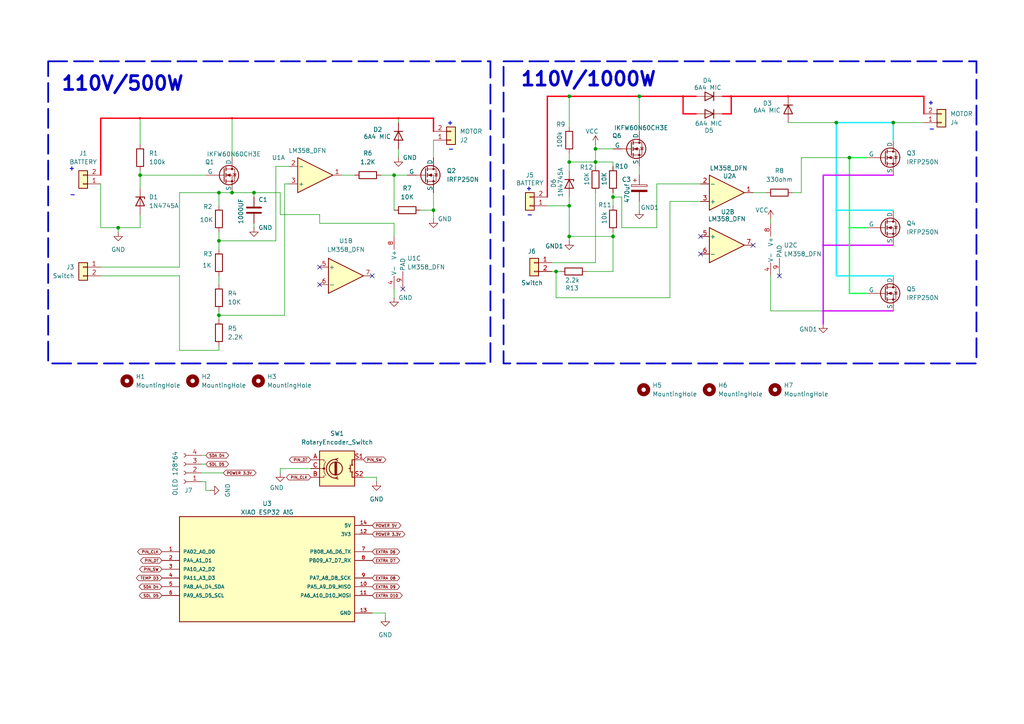
<source format=kicad_sch>
(kicad_sch (version 20231120) (generator "eeschema") (generator_version "8.0")
  (paper "A4")
  (title_block (comment 1 "Ajay Gautam"))
  (lib_symbols
    (symbol "102010388:102010388" (pin_names (offset 1.016))
      (property "Reference" "U1" (at 0 19.05 0))
      (property "Value" "XIAO ESP32 A!G" (at 0 16.51 0))
      (symbol "102010388_0_0"
        (rectangle (start -25.4 -15.24) (end 25.4 15.24) (stroke (width 0.254)) (fill (type background)))
        (pin bidirectional line (at -30.48 5.08 0) (length 5.08) (name "PA02_A0_D0") (number "1"))
        (pin bidirectional line (at 30.48 -5.08 180) (length 5.08) (name "PA5_A9_D9_MISO") (number "10"))
        (pin bidirectional line (at 30.48 -7.62 180) (length 5.08) (name "PA6_A10_D10_MOSI") (number "11"))
        (pin power_in line (at 30.48 10.16 180) (length 5.08) (name "3V3") (number "12"))
        (pin power_in line (at 30.48 -12.7 180) (length 5.08) (name "GND") (number "13"))
        (pin power_in line (at 30.48 12.7 180) (length 5.08) (name "5V") (number "14"))
        (pin bidirectional line (at -30.48 2.54 0) (length 5.08) (name "PA4_A1_D1") (number "2"))
        (pin bidirectional line (at -30.48 0 0) (length 5.08) (name "PA10_A2_D2") (number "3"))
        (pin bidirectional line (at -30.48 -2.54 0) (length 5.08) (name "PA11_A3_D3") (number "4"))
        (pin bidirectional line (at -30.48 -5.08 0) (length 5.08) (name "PA8_A4_D4_SDA") (number "5"))
        (pin bidirectional line (at -30.48 -7.62 0) (length 5.08) (name "PA9_A5_D5_SCL") (number "6"))
        (pin bidirectional line (at 30.48 5.08 180) (length 5.08) (name "PB08_A6_D6_TX") (number "7"))
        (pin bidirectional line (at 30.48 2.54 180) (length 5.08) (name "PB09_A7_D7_RX") (number "8"))
        (pin bidirectional line (at 30.48 -2.54 180) (length 5.08) (name "PA7_A8_D8_SCK") (number "9"))
      )
    )
    (symbol "Amplifier_Operational:LM358_DFN" (pin_names (offset 0.127))
      (property "Reference" "U" (at 0 5.08 0))
      (property "Value" "LM358_DFN" (at 0 -5.08 0))
      (symbol "LM358_DFN_1_1"
        (polyline (pts (xy -5.08 5.08) (xy 5.08 0) (xy -5.08 -5.08) (xy -5.08 5.08)) (stroke (width 0.254)) (fill (type background)))
        (pin output line (at 7.62 0 180) (length 2.54) (name "~") (number "1"))
        (pin input line (at -7.62 -2.54 0) (length 2.54) (name "-") (number "2"))
        (pin input line (at -7.62 2.54 0) (length 2.54) (name "+") (number "3"))
      )
      (symbol "LM358_DFN_2_1"
        (polyline (pts (xy -5.08 5.08) (xy 5.08 0) (xy -5.08 -5.08) (xy -5.08 5.08)) (stroke (width 0.254)) (fill (type background)))
        (pin input line (at -7.62 2.54 0) (length 2.54) (name "+") (number "5"))
        (pin input line (at -7.62 -2.54 0) (length 2.54) (name "-") (number "6"))
        (pin output line (at 7.62 0 180) (length 2.54) (name "~") (number "7"))
      )
      (symbol "LM358_DFN_3_1"
        (pin power_in line (at -2.54 -7.62 90) (length 3.81) (name "V-") (number "4"))
        (pin power_in line (at -2.54 7.62 270) (length 3.81) (name "V+") (number "8"))
        (pin power_in line (at 0 -7.62 90) (length 5.08) (name "PAD") (number "9"))
      )
    )
    (symbol "Connector:Conn_01x04_Socket" (pin_names (offset 1.016) hide)
      (property "Reference" "J" (at 0 5.08 0))
      (property "Value" "Conn_01x04_Socket" (at 0 -7.62 0))
      (symbol "Conn_01x04_Socket_1_1"
        (arc (start 0 -4.572) (mid -0.5058 -5.08) (end 0 -5.588) (stroke (width 0.1524)))
        (arc (start 0 -2.032) (mid -0.5058 -2.54) (end 0 -3.048) (stroke (width 0.1524)))
        (polyline (pts (xy -1.27 -5.08) (xy -0.508 -5.08)) (stroke (width 0.1524)))
        (polyline (pts (xy -1.27 -2.54) (xy -0.508 -2.54)) (stroke (width 0.1524)))
        (polyline (pts (xy -1.27 0) (xy -0.508 0)) (stroke (width 0.1524)))
        (polyline (pts (xy -1.27 2.54) (xy -0.508 2.54)) (stroke (width 0.1524)))
        (arc (start 0 0.508) (mid -0.5058 0) (end 0 -0.508) (stroke (width 0.1524)))
        (arc (start 0 3.048) (mid -0.5058 2.54) (end 0 2.032) (stroke (width 0.1524)))
        (pin passive line (at -5.08 2.54 0) (length 3.81) (name "Pin_1") (number "1"))
        (pin passive line (at -5.08 0 0) (length 3.81) (name "Pin_2") (number "2"))
        (pin passive line (at -5.08 -2.54 0) (length 3.81) (name "Pin_3") (number "3"))
        (pin passive line (at -5.08 -5.08 0) (length 3.81) (name "Pin_4") (number "4"))
      )
    )
    (symbol "Connector_Generic:Conn_01x02" (pin_names (offset 1.016) hide)
      (property "Reference" "J" (at 0 2.54 0))
      (property "Value" "Conn_01x02" (at 0 -5.08 0))
      (symbol "Conn_01x02_1_1"
        (rectangle (start -1.27 -2.413) (end 0 -2.667) (stroke (width 0.1524)))
        (rectangle (start -1.27 0.127) (end 0 -0.127) (stroke (width 0.1524)))
        (rectangle (start -1.27 1.27) (end 1.27 -3.81) (stroke (width 0.254)) (fill (type background)))
        (pin passive line (at -5.08 0 0) (length 3.81) (name "Pin_1") (number "1"))
        (pin passive line (at -5.08 -2.54 0) (length 3.81) (name "Pin_2") (number "2"))
      )
    )
    (symbol "Device:C" (pin_numbers hide) (pin_names (offset 0.254))
      (property "Reference" "C" (at 0.635 2.54 0))
      (property "Value" "C" (at 0.635 -2.54 0))
      (symbol "C_0_1"
        (polyline (pts (xy -2.032 -0.762) (xy 2.032 -0.762)) (stroke (width 0.508)))
        (polyline (pts (xy -2.032 0.762) (xy 2.032 0.762)) (stroke (width 0.508)))
      )
      (symbol "C_1_1"
        (pin passive line (at 0 3.81 270) (length 2.794) (name "~") (number "1"))
        (pin passive line (at 0 -3.81 90) (length 2.794) (name "~") (number "2"))
      )
    )
    (symbol "Device:C_Polarized" (pin_numbers hide) (pin_names (offset 0.254))
      (property "Reference" "C" (at 0.635 2.54 0))
      (property "Value" "C_Polarized" (at 0.635 -2.54 0))
      (symbol "C_Polarized_0_1"
        (rectangle (start -2.286 0.508) (end 2.286 1.016))
        (polyline (pts (xy -1.778 2.286) (xy -0.762 2.286)))
        (polyline (pts (xy -1.27 2.794) (xy -1.27 1.778)))
        (rectangle (start 2.286 -0.508) (end -2.286 -1.016) (fill (type outline)))
      )
      (symbol "C_Polarized_1_1"
        (pin passive line (at 0 3.81 270) (length 2.794) (name "~") (number "1"))
        (pin passive line (at 0 -3.81 90) (length 2.794) (name "~") (number "2"))
      )
    )
    (symbol "Device:D" (pin_numbers hide) (pin_names (offset 1.016) hide)
      (property "Reference" "D" (at 0 2.54 0))
      (property "Value" "D" (at 0 -2.54 0))
      (symbol "D_0_1"
        (polyline (pts (xy -1.27 1.27) (xy -1.27 -1.27)) (stroke (width 0.254)))
        (polyline (pts (xy 1.27 0) (xy -1.27 0)))
        (polyline (pts (xy 1.27 1.27) (xy 1.27 -1.27) (xy -1.27 0) (xy 1.27 1.27)) (stroke (width 0.254)))
      )
      (symbol "D_1_1"
        (pin passive line (at -3.81 0 0) (length 2.54) (name "K") (number "1"))
        (pin passive line (at 3.81 0 180) (length 2.54) (name "A") (number "2"))
      )
    )
    (symbol "Device:R" (pin_numbers hide) (pin_names (offset 0))
      (property "Reference" "R" (at 2.032 0 90))
      (property "Value" "R" (at 0 0 90))
      (symbol "R_0_1"
        (rectangle (start -1.016 -2.54) (end 1.016 2.54) (stroke (width 0.254)))
      )
      (symbol "R_1_1"
        (pin passive line (at 0 3.81 270) (length 1.27) (name "~") (number "1"))
        (pin passive line (at 0 -3.81 90) (length 1.27) (name "~") (number "2"))
      )
    )
    (symbol "Device:RotaryEncoder_Switch" (pin_names (offset 0.254) hide)
      (property "Reference" "SW" (at 0 6.604 0))
      (property "Value" "RotaryEncoder_Switch" (at 0 -6.604 0))
      (symbol "RotaryEncoder_Switch_0_1"
        (rectangle (start -5.08 5.08) (end 5.08 -5.08) (stroke (width 0.254)) (fill (type background)))
        (circle (center -3.81 0) (radius 0.254) (fill (type outline)))
        (circle (center -0.381 0) (radius 1.905) (stroke (width 0.254)))
        (arc (start -0.381 2.667) (mid -3.0988 -0.0635) (end -0.381 -2.794) (stroke (width 0.254)))
        (polyline (pts (xy -0.635 -1.778) (xy -0.635 1.778)) (stroke (width 0.254)))
        (polyline (pts (xy -0.381 -1.778) (xy -0.381 1.778)) (stroke (width 0.254)))
        (polyline (pts (xy -0.127 1.778) (xy -0.127 -1.778)) (stroke (width 0.254)))
        (polyline (pts (xy 3.81 0) (xy 3.429 0)) (stroke (width 0.254)))
        (polyline (pts (xy 3.81 1.016) (xy 3.81 -1.016)) (stroke (width 0.254)))
        (polyline (pts (xy -5.08 -2.54) (xy -3.81 -2.54) (xy -3.81 -2.032)))
        (polyline (pts (xy -5.08 2.54) (xy -3.81 2.54) (xy -3.81 2.032)))
        (polyline (pts (xy 0.254 -3.048) (xy -0.508 -2.794) (xy 0.127 -2.413)) (stroke (width 0.254)))
        (polyline (pts (xy 0.254 2.921) (xy -0.508 2.667) (xy 0.127 2.286)) (stroke (width 0.254)))
        (polyline (pts (xy 5.08 -2.54) (xy 4.318 -2.54) (xy 4.318 -1.016)) (stroke (width 0.254)))
        (polyline (pts (xy 5.08 2.54) (xy 4.318 2.54) (xy 4.318 1.016)) (stroke (width 0.254)))
        (polyline (pts (xy -5.08 0) (xy -3.81 0) (xy -3.81 -1.016) (xy -3.302 -2.032)))
        (polyline (pts (xy -4.318 0) (xy -3.81 0) (xy -3.81 1.016) (xy -3.302 2.032)))
        (circle (center 4.318 -1.016) (radius 0.127) (stroke (width 0.254)))
        (circle (center 4.318 1.016) (radius 0.127) (stroke (width 0.254)))
      )
      (symbol "RotaryEncoder_Switch_1_1"
        (pin passive line (at -7.62 2.54 0) (length 2.54) (name "A") (number "A"))
        (pin passive line (at -7.62 -2.54 0) (length 2.54) (name "B") (number "B"))
        (pin passive line (at -7.62 0 0) (length 2.54) (name "C") (number "C"))
        (pin passive line (at 7.62 2.54 180) (length 2.54) (name "S1") (number "S1"))
        (pin passive line (at 7.62 -2.54 180) (length 2.54) (name "S2") (number "S2"))
      )
    )
    (symbol "Diode:ZPDxx" (pin_numbers hide) (pin_names hide)
      (property "Reference" "D" (at 0 2.54 0))
      (property "Value" "ZPDxx" (at 0 -2.54 0))
      (symbol "ZPDxx_0_1"
        (polyline (pts (xy 1.27 0) (xy -1.27 0)))
        (polyline (pts (xy -1.27 -1.27) (xy -1.27 1.27) (xy -0.762 1.27)) (stroke (width 0.254)))
        (polyline (pts (xy 1.27 -1.27) (xy 1.27 1.27) (xy -1.27 0) (xy 1.27 -1.27)) (stroke (width 0.254)))
      )
      (symbol "ZPDxx_1_1"
        (pin passive line (at -3.81 0 0) (length 2.54) (name "K") (number "1"))
        (pin passive line (at 3.81 0 180) (length 2.54) (name "A") (number "2"))
      )
    )
    (symbol "Mechanical:MountingHole" (pin_names (offset 1.016)) (exclude_from_sim yes) (in_bom no)
      (property "Reference" "H" (at 0 5.08 0))
      (property "Value" "MountingHole" (at 0 3.175 0))
      (symbol "MountingHole_0_1"
        (circle (center 0 0) (radius 1.27) (stroke (width 1.27)))
      )
    )
    (symbol "NMOS_1" (pin_numbers hide) (pin_names (offset 0))
      (property "Reference" "Q1" (at -5.334 3.81 0))
      (property "Value" "IKFW60N60CH3E" (at -4.826 6.096 0))
      (symbol "NMOS_1_0_1"
        (polyline (pts (xy 0.254 0) (xy -2.54 0)))
        (polyline (pts (xy 0.254 1.905) (xy 0.254 -1.905)) (stroke (width 0.254)))
        (polyline (pts (xy 0.762 -1.27) (xy 0.762 -2.286)) (stroke (width 0.254)))
        (polyline (pts (xy 0.762 0.508) (xy 0.762 -0.508)) (stroke (width 0.254)))
        (polyline (pts (xy 0.762 2.286) (xy 0.762 1.27)) (stroke (width 0.254)))
        (polyline (pts (xy 2.54 2.54) (xy 2.54 1.778)))
        (polyline (pts (xy 2.54 -2.54) (xy 2.54 0) (xy 0.762 0)))
        (polyline (pts (xy 0.762 -1.778) (xy 3.302 -1.778) (xy 3.302 1.778) (xy 0.762 1.778)))
        (polyline (pts (xy 1.016 0) (xy 2.032 0.381) (xy 2.032 -0.381) (xy 1.016 0)) (fill (type outline)))
        (polyline (pts (xy 2.794 0.508) (xy 2.921 0.381) (xy 3.683 0.381) (xy 3.81 0.254)))
        (polyline (pts (xy 3.302 0.381) (xy 2.921 -0.254) (xy 3.683 -0.254) (xy 3.302 0.381)))
        (circle (center 1.651 0) (radius 2.794) (stroke (width 0.254)))
        (circle (center 2.54 -1.778) (radius 0.254) (fill (type outline)))
        (circle (center 2.54 1.778) (radius 0.254) (fill (type outline)))
      )
      (symbol "NMOS_1_1_1"
        (pin input line (at -5.08 0 0) (length 2.54) (name "G") (number "1"))
        (pin passive line (at 2.54 5.08 270) (length 2.54) (name "D") (number "2"))
        (pin passive line (at 2.54 -5.08 90) (length 2.54) (name "S") (number "3"))
      )
    )
    (symbol "NMOS_2" (pin_numbers hide) (pin_names (offset 0))
      (property "Reference" "Q4" (at 6.35 1.2701 0))
      (property "Value" "IRFP250N" (at 6.35 -1.2699 0))
      (symbol "NMOS_2_0_1"
        (polyline (pts (xy 0.254 0) (xy -2.54 0)))
        (polyline (pts (xy 0.254 1.905) (xy 0.254 -1.905)) (stroke (width 0.254)))
        (polyline (pts (xy 0.762 -1.27) (xy 0.762 -2.286)) (stroke (width 0.254)))
        (polyline (pts (xy 0.762 0.508) (xy 0.762 -0.508)) (stroke (width 0.254)))
        (polyline (pts (xy 0.762 2.286) (xy 0.762 1.27)) (stroke (width 0.254)))
        (polyline (pts (xy 2.54 2.54) (xy 2.54 1.778)))
        (polyline (pts (xy 2.54 -2.54) (xy 2.54 0) (xy 0.762 0)))
        (polyline (pts (xy 0.762 -1.778) (xy 3.302 -1.778) (xy 3.302 1.778) (xy 0.762 1.778)))
        (polyline (pts (xy 1.016 0) (xy 2.032 0.381) (xy 2.032 -0.381) (xy 1.016 0)) (fill (type outline)))
        (polyline (pts (xy 2.794 0.508) (xy 2.921 0.381) (xy 3.683 0.381) (xy 3.81 0.254)))
        (polyline (pts (xy 3.302 0.381) (xy 2.921 -0.254) (xy 3.683 -0.254) (xy 3.302 0.381)))
        (circle (center 1.651 0) (radius 2.794) (stroke (width 0.254)))
        (circle (center 2.54 -1.778) (radius 0.254) (fill (type outline)))
        (circle (center 2.54 1.778) (radius 0.254) (fill (type outline)))
      )
      (symbol "NMOS_2_1_1"
        (pin input line (at -5.08 0 0) (length 2.54) (name "G") (number "1"))
        (pin passive line (at 2.54 5.08 270) (length 2.54) (name "D") (number "2"))
        (pin passive line (at 2.54 -5.08 90) (length 2.54) (name "S") (number "3"))
      )
    )
    (symbol "Simulation_SPICE:NMOS" (pin_numbers hide) (pin_names (offset 0))
      (property "Reference" "Q5" (at 6.35 1.2701 0))
      (property "Value" "IRFP250N" (at 6.35 -1.2699 0))
      (symbol "NMOS_0_1"
        (polyline (pts (xy 0.254 0) (xy -2.54 0)))
        (polyline (pts (xy 0.254 1.905) (xy 0.254 -1.905)) (stroke (width 0.254)))
        (polyline (pts (xy 0.762 -1.27) (xy 0.762 -2.286)) (stroke (width 0.254)))
        (polyline (pts (xy 0.762 0.508) (xy 0.762 -0.508)) (stroke (width 0.254)))
        (polyline (pts (xy 0.762 2.286) (xy 0.762 1.27)) (stroke (width 0.254)))
        (polyline (pts (xy 2.54 2.54) (xy 2.54 1.778)))
        (polyline (pts (xy 2.54 -2.54) (xy 2.54 0) (xy 0.762 0)))
        (polyline (pts (xy 0.762 -1.778) (xy 3.302 -1.778) (xy 3.302 1.778) (xy 0.762 1.778)))
        (polyline (pts (xy 1.016 0) (xy 2.032 0.381) (xy 2.032 -0.381) (xy 1.016 0)) (fill (type outline)))
        (polyline (pts (xy 2.794 0.508) (xy 2.921 0.381) (xy 3.683 0.381) (xy 3.81 0.254)))
        (polyline (pts (xy 3.302 0.381) (xy 2.921 -0.254) (xy 3.683 -0.254) (xy 3.302 0.381)))
        (circle (center 1.651 0) (radius 2.794) (stroke (width 0.254)))
        (circle (center 2.54 -1.778) (radius 0.254) (fill (type outline)))
        (circle (center 2.54 1.778) (radius 0.254) (fill (type outline)))
      )
      (symbol "NMOS_1_1"
        (pin input line (at -5.08 0 0) (length 2.54) (name "G") (number "1"))
        (pin passive line (at 2.54 5.08 270) (length 2.54) (name "D") (number "2"))
        (pin passive line (at 2.54 -5.08 90) (length 2.54) (name "S") (number "3"))
      )
    )
    (symbol "power:GND" (power) (pin_numbers hide) (pin_names (offset 0) hide)
      (property "Value" "GND" (at 0 -3.81 0))
      (symbol "GND_0_1"
        (polyline (pts (xy 0 0) (xy 0 -1.27) (xy 1.27 -1.27) (xy 0 -2.54) (xy -1.27 -1.27) (xy 0 -1.27)))
      )
      (symbol "GND_1_1"
        (pin power_in line (at 0 0 270) (length 0) (name "~") (number "1"))
      )
    )
    (symbol "power:GND1" (power) (pin_numbers hide) (pin_names (offset 0) hide)
      (property "Value" "GND1" (at 0 -3.81 0))
      (symbol "GND1_0_1"
        (polyline (pts (xy 0 0) (xy 0 -1.27) (xy 1.27 -1.27) (xy 0 -2.54) (xy -1.27 -1.27) (xy 0 -1.27)))
      )
      (symbol "GND1_1_1"
        (pin power_in line (at 0 0 270) (length 0) (name "~") (number "1"))
      )
    )
    (symbol "power:VCC" (power) (pin_numbers hide) (pin_names (offset 0) hide)
      (property "Value" "VCC" (at 0 3.556 0))
      (symbol "VCC_0_1"
        (polyline (pts (xy -0.762 1.27) (xy 0 2.54)))
        (polyline (pts (xy 0 0) (xy 0 2.54)))
        (polyline (pts (xy 0 2.54) (xy 0.762 1.27)))
      )
      (symbol "VCC_1_1"
        (pin power_in line (at 0 0 90) (length 0) (name "~") (number "1"))
      )
    )
  )
  (junction (at 177.8 57.15))
  (junction (at 246.38 45.72))
  (junction (at 114.3 50.8))
  (junction (at 165.1 27.94))
  (junction (at 177.8 68.58))
  (junction (at 63.5 91.44))
  (junction (at 40.64 50.8))
  (junction (at 63.5 55.88))
  (junction (at 165.1 59.69))
  (junction (at 73.66 55.88))
  (junction (at 246.38 66.04) (diameter 0.5) (color 31 255 83 1))
  (junction (at 34.29 66.04))
  (junction (at 165.1 68.58))
  (junction (at 115.57 34.29) (diameter 0.5) (color 255 0 17 1))
  (junction (at 67.31 34.29) (diameter 0.5) (color 255 0 17 1))
  (junction (at 238.76 90.17) (diameter 0.5) (color 211 19 255 1))
  (junction (at 198.12 27.94) (diameter 0.5) (color 255 0 21 1))
  (junction (at 172.72 46.99))
  (junction (at 67.31 55.88))
  (junction (at 242.57 35.56))
  (junction (at 161.29 78.74))
  (junction (at 212.09 27.94) (diameter 0.5) (color 255 0 21 1))
  (junction (at 259.08 35.56))
  (junction (at 228.6 27.94) (diameter 0.5) (color 255 0 21 1))
  (junction (at 242.57 60.96) (diameter 0.5) (color 33 236 255 1))
  (junction (at 165.1 46.99))
  (junction (at 63.5 69.85))
  (junction (at 125.73 60.96))
  (junction (at 40.64 34.29) (diameter 0.5) (color 255 0 17 1))
  (junction (at 238.76 71.12) (diameter 0.5) (color 211 19 255 1))
  (junction (at 185.42 27.94))
  (junction (at 172.72 43.18))
  (no_connect (at 203.2 73.66))
  (no_connect (at 218.44 71.12))
  (no_connect (at 92.71 82.55))
  (no_connect (at 203.2 68.58))
  (no_connect (at 116.84 83.82))
  (no_connect (at 226.06 80.01))
  (no_connect (at 107.95 80.01))
  (no_connect (at 92.71 77.47))
  (wire (pts (xy 63.5 90.17) (xy 63.5 91.44)))
  (wire (pts (xy 92.71 64.77) (xy 92.71 62.23)))
  (wire (pts (xy 185.42 27.94) (xy 185.42 38.1)))
  (wire (pts (xy 238.76 90.17) (xy 259.08 90.17)) (stroke (width 0.4) (color 211 19 255 1)))
  (wire (pts (xy 267.97 35.56) (xy 259.08 35.56)))
  (wire (pts (xy 165.1 59.69) (xy 165.1 68.58)))
  (wire (pts (xy 40.64 50.8) (xy 40.64 54.61)))
  (wire (pts (xy 73.66 55.88) (xy 73.66 57.15)))
  (wire (pts (xy 177.8 78.74) (xy 177.8 68.58)))
  (wire (pts (xy 165.1 68.58) (xy 165.1 69.85)))
  (wire (pts (xy 246.38 66.04) (xy 251.46 66.04)) (stroke (width 0.4) (color 31 255 83 1)))
  (wire (pts (xy 242.57 80.01) (xy 259.08 80.01)) (stroke (width 0.4) (color 33 236 255 1)))
  (wire (pts (xy 158.75 57.15) (xy 158.75 27.94)) (stroke (width 0.4) (color 255 0 21 1)))
  (wire (pts (xy 201.93 33.02) (xy 198.12 33.02)) (stroke (width 0.4) (color 255 0 21 1)))
  (wire (pts (xy 90.17 135.89) (xy 81.28 135.89)))
  (wire (pts (xy 63.5 91.44) (xy 63.5 92.71)))
  (wire (pts (xy 34.29 66.04) (xy 34.29 67.31)))
  (wire (pts (xy 67.31 34.29) (xy 67.31 45.72)))
  (wire (pts (xy 180.34 66.04) (xy 180.34 57.15)))
  (wire (pts (xy 99.06 50.8) (xy 102.87 50.8)))
  (wire (pts (xy 81.28 55.88) (xy 73.66 55.88)))
  (wire (pts (xy 160.02 78.74) (xy 161.29 78.74)))
  (wire (pts (xy 114.3 83.82) (xy 114.3 86.36)))
  (wire (pts (xy 212.09 27.94) (xy 228.6 27.94)) (stroke (width 0.4) (color 255 0 21 1)))
  (wire (pts (xy 194.31 86.36) (xy 161.29 86.36)))
  (wire (pts (xy 170.18 78.74) (xy 177.8 78.74)))
  (wire (pts (xy 165.1 27.94) (xy 165.1 36.83)))
  (wire (pts (xy 190.5 53.34) (xy 190.5 66.04)))
  (wire (pts (xy 29.21 80.01) (xy 52.07 80.01)))
  (wire (pts (xy 111.76 179.07) (xy 111.76 177.8)))
  (wire (pts (xy 238.76 90.17) (xy 238.76 93.98)) (stroke (width 0.4) (color 211 19 255 1)))
  (wire (pts (xy 82.55 91.44) (xy 63.5 91.44)))
  (wire (pts (xy 194.31 58.42) (xy 194.31 86.36)))
  (wire (pts (xy 228.6 35.56) (xy 242.57 35.56)))
  (wire (pts (xy 40.64 34.29) (xy 67.31 34.29)) (stroke (width 0.4) (color 255 0 17 1)))
  (wire (pts (xy 63.5 101.6) (xy 63.5 100.33)))
  (wire (pts (xy 34.29 66.04) (xy 40.64 66.04)))
  (wire (pts (xy 115.57 34.29) (xy 125.73 34.29)) (stroke (width 0.4) (color 255 0 17 1)))
  (wire (pts (xy 177.8 55.88) (xy 177.8 57.15)))
  (wire (pts (xy 223.52 63.5) (xy 223.52 64.77)))
  (wire (pts (xy 177.8 46.99) (xy 172.72 46.99)))
  (wire (pts (xy 29.21 34.29) (xy 29.21 50.8)) (stroke (width 0.4) (color 255 0 17 1)))
  (wire (pts (xy 229.87 55.88) (xy 232.41 55.88)))
  (wire (pts (xy 63.5 55.88) (xy 67.31 55.88)))
  (wire (pts (xy 125.73 40.64) (xy 125.73 45.72)))
  (wire (pts (xy 58.42 139.7) (xy 59.69 139.7)))
  (wire (pts (xy 203.2 58.42) (xy 194.31 58.42)))
  (wire (pts (xy 82.55 53.34) (xy 82.55 91.44)))
  (wire (pts (xy 165.1 44.45) (xy 165.1 46.99)))
  (wire (pts (xy 165.1 68.58) (xy 177.8 68.58)))
  (wire (pts (xy 246.38 45.72) (xy 246.38 66.04)) (stroke (width 0.4) (color 31 255 83 1)))
  (wire (pts (xy 177.8 46.99) (xy 177.8 48.26)))
  (wire (pts (xy 115.57 43.18) (xy 115.57 45.72)))
  (wire (pts (xy 63.5 67.31) (xy 63.5 69.85)))
  (wire (pts (xy 165.1 46.99) (xy 172.72 46.99)))
  (wire (pts (xy 242.57 60.96) (xy 242.57 80.01)) (stroke (width 0.4) (color 33 236 255 1)))
  (wire (pts (xy 165.1 46.99) (xy 165.1 49.53)))
  (wire (pts (xy 223.52 90.17) (xy 238.76 90.17)))
  (wire (pts (xy 52.07 77.47) (xy 52.07 55.88)))
  (wire (pts (xy 198.12 27.94) (xy 201.93 27.94)) (stroke (width 0.4) (color 255 0 21 1)))
  (wire (pts (xy 29.21 77.47) (xy 52.07 77.47)))
  (wire (pts (xy 59.69 142.24) (xy 60.96 142.24)))
  (wire (pts (xy 29.21 53.34) (xy 29.21 66.04)))
  (wire (pts (xy 242.57 35.56) (xy 242.57 60.96)) (stroke (width 0.4) (color 33 236 255 1)))
  (wire (pts (xy 165.1 59.69) (xy 158.75 59.69)))
  (wire (pts (xy 114.3 68.58) (xy 114.3 64.77)))
  (wire (pts (xy 125.73 34.29) (xy 125.73 38.1)) (stroke (width 0.4) (color 255 0 17 1)))
  (wire (pts (xy 67.31 34.29) (xy 115.57 34.29)) (stroke (width 0.4) (color 255 0 17 1)))
  (wire (pts (xy 92.71 62.23) (xy 81.28 62.23)))
  (wire (pts (xy 223.52 80.01) (xy 223.52 90.17)))
  (wire (pts (xy 125.73 60.96) (xy 125.73 55.88)))
  (wire (pts (xy 172.72 55.88) (xy 172.72 76.2)))
  (wire (pts (xy 111.76 177.8) (xy 107.95 177.8)))
  (wire (pts (xy 218.44 55.88) (xy 222.25 55.88)))
  (wire (pts (xy 29.21 66.04) (xy 34.29 66.04)))
  (wire (pts (xy 110.49 50.8) (xy 114.3 50.8)))
  (wire (pts (xy 177.8 67.31) (xy 177.8 68.58)))
  (wire (pts (xy 238.76 71.12) (xy 259.08 71.12)) (stroke (width 0.4) (color 211 19 255 1)))
  (wire (pts (xy 242.57 60.96) (xy 259.08 60.96)) (stroke (width 0.4) (color 33 236 255 1)))
  (wire (pts (xy 52.07 55.88) (xy 63.5 55.88)))
  (wire (pts (xy 185.42 48.26) (xy 185.42 50.8)))
  (wire (pts (xy 81.28 135.89) (xy 81.28 137.16)))
  (wire (pts (xy 83.82 48.26) (xy 80.01 48.26)))
  (wire (pts (xy 59.69 139.7) (xy 59.69 142.24)))
  (wire (pts (xy 114.3 50.8) (xy 114.3 60.96)))
  (wire (pts (xy 238.76 50.8) (xy 238.76 71.12)) (stroke (width 0.4) (color 211 19 255 1)))
  (wire (pts (xy 67.31 55.88) (xy 73.66 55.88)))
  (wire (pts (xy 40.64 49.53) (xy 40.64 50.8)))
  (wire (pts (xy 180.34 57.15) (xy 177.8 57.15)))
  (wire (pts (xy 251.46 45.72) (xy 246.38 45.72)) (stroke (width 0.4) (color 31 255 83 1)))
  (wire (pts (xy 80.01 48.26) (xy 80.01 69.85)))
  (wire (pts (xy 259.08 35.56) (xy 259.08 40.64)) (stroke (width 0.4) (color 33 236 255 1)))
  (wire (pts (xy 58.42 134.62) (xy 59.69 134.62)))
  (wire (pts (xy 109.22 138.43) (xy 105.41 138.43)))
  (wire (pts (xy 161.29 78.74) (xy 162.56 78.74)))
  (wire (pts (xy 165.1 27.94) (xy 185.42 27.94)) (stroke (width 0.4) (color 255 0 21 1)))
  (wire (pts (xy 52.07 101.6) (xy 63.5 101.6)))
  (wire (pts (xy 52.07 80.01) (xy 52.07 101.6)))
  (wire (pts (xy 177.8 57.15) (xy 177.8 59.69)))
  (wire (pts (xy 177.8 43.18) (xy 172.72 43.18)))
  (wire (pts (xy 63.5 69.85) (xy 63.5 72.39)))
  (wire (pts (xy 83.82 53.34) (xy 82.55 53.34)))
  (wire (pts (xy 172.72 43.18) (xy 172.72 46.99)))
  (wire (pts (xy 40.64 34.29) (xy 40.64 41.91)))
  (wire (pts (xy 185.42 27.94) (xy 198.12 27.94)) (stroke (width 0.4) (color 255 0 21 1)))
  (wire (pts (xy 267.97 27.94) (xy 228.6 27.94)) (stroke (width 0.4) (color 255 0 21 1)))
  (wire (pts (xy 203.2 53.34) (xy 190.5 53.34)))
  (wire (pts (xy 190.5 66.04) (xy 180.34 66.04)))
  (wire (pts (xy 29.21 34.29) (xy 40.64 34.29)) (stroke (width 0.4) (color 255 0 17 1)))
  (wire (pts (xy 81.28 62.23) (xy 81.28 55.88)))
  (wire (pts (xy 267.97 33.02) (xy 267.97 27.94)) (stroke (width 0.4) (color 255 0 21 1)))
  (wire (pts (xy 40.64 50.8) (xy 59.69 50.8)))
  (wire (pts (xy 114.3 64.77) (xy 92.71 64.77)))
  (wire (pts (xy 58.42 137.16) (xy 64.77 137.16)))
  (wire (pts (xy 238.76 71.12) (xy 238.76 90.17)) (stroke (width 0.4) (color 211 19 255 1)))
  (wire (pts (xy 232.41 55.88) (xy 232.41 45.72)))
  (wire (pts (xy 259.08 35.56) (xy 259.08 40.64)))
  (wire (pts (xy 172.72 41.91) (xy 172.72 43.18)))
  (wire (pts (xy 125.73 60.96) (xy 125.73 63.5)))
  (wire (pts (xy 212.09 33.02) (xy 212.09 27.94)) (stroke (width 0.4) (color 255 0 21 1)))
  (wire (pts (xy 259.08 50.8) (xy 238.76 50.8)) (stroke (width 0.4) (color 211 19 255 1)))
  (wire (pts (xy 158.75 27.94) (xy 165.1 27.94)) (stroke (width 0.4) (color 255 0 21 1)))
  (wire (pts (xy 109.22 139.7) (xy 109.22 138.43)))
  (wire (pts (xy 209.55 33.02) (xy 212.09 33.02)) (stroke (width 0.4) (color 255 0 21 1)))
  (wire (pts (xy 172.72 46.99) (xy 172.72 48.26)))
  (wire (pts (xy 165.1 57.15) (xy 165.1 59.69)))
  (wire (pts (xy 114.3 50.8) (xy 118.11 50.8)))
  (wire (pts (xy 172.72 76.2) (xy 160.02 76.2)))
  (wire (pts (xy 232.41 45.72) (xy 246.38 45.72)))
  (wire (pts (xy 251.46 85.09) (xy 246.38 85.09)) (stroke (width 0.4) (color 31 255 83 1)))
  (wire (pts (xy 73.66 64.77) (xy 73.66 66.04)))
  (wire (pts (xy 185.42 58.42) (xy 185.42 60.96)))
  (wire (pts (xy 246.38 85.09) (xy 246.38 66.04)) (stroke (width 0.4) (color 31 255 83 1)))
  (wire (pts (xy 259.08 35.56) (xy 242.57 35.56)) (stroke (width 0.4) (color 33 236 255 1)))
  (wire (pts (xy 161.29 86.36) (xy 161.29 78.74)))
  (wire (pts (xy 198.12 33.02) (xy 198.12 27.94)) (stroke (width 0.4) (color 255 0 21 1)))
  (wire (pts (xy 63.5 80.01) (xy 63.5 82.55)))
  (wire (pts (xy 63.5 59.69) (xy 63.5 55.88)))
  (wire (pts (xy 209.55 27.94) (xy 212.09 27.94)) (stroke (width 0.4) (color 255 0 21 1)))
  (wire (pts (xy 58.42 132.08) (xy 59.69 132.08)))
  (wire (pts (xy 115.57 34.29) (xy 115.57 35.56)))
  (wire (pts (xy 121.92 60.96) (xy 125.73 60.96)))
  (wire (pts (xy 40.64 66.04) (xy 40.64 62.23)))
  (wire (pts (xy 80.01 69.85) (xy 63.5 69.85)))
  (rectangle (start 146.05 17.78) (end 283.21 105.41) (stroke (width 0.5) (type dash)))
  (rectangle (start 13.97 17.78) (end 142.24 105.41) (stroke (width 0.5) (type dash)))
  (text "+" (at 270.002 29.972 0) (effects (font (size 1.27 1.27) (bold yes))))
  (text "-" (at 130.81 43.434 0) (effects (font (size 1.27 1.27) (thickness 0.254) (bold yes))))
  (text "-" (at 21.082 56.642 0) (effects (font (size 1.27 1.27) (thickness 0.254) (bold yes))))
  (text "110V/500W" (at 35.56 24.384 0) (effects (font (size 4 4) (thickness 0.8) (bold yes))))
  (text "+" (at 153.416 54.864 0) (effects (font (size 1.27 1.27) (bold yes))))
  (text "+" (at 20.828 49.022 0) (effects (font (size 1.27 1.27) (bold yes))))
  (text "110V/1000W" (at 170.688 23.114 0) (effects (font (size 4 4) (thickness 0.8) (bold yes))))
  (text "-" (at 270.256 37.592 0) (effects (font (size 1.27 1.27) (thickness 0.254) (bold yes))))
  (text "-" (at 153.67 62.484 0) (effects (font (size 1.27 1.27) (thickness 0.254) (bold yes))))
  (text "+" (at 130.556 35.814 0) (effects (font (size 1.27 1.27) (bold yes))))
  (global_label "POWER 3.3V" (shape bidirectional) (at 107.95 154.94 0) (effects (font (size 0.8 0.8))) (property "Intersheetrefs" "${INTERSHEET_REFS}" (effects (hide yes))))
  (global_label "SDA D4" (shape bidirectional) (at 46.99 170.18 180) (effects (font (size 0.8 0.8))) (property "Intersheetrefs" "${INTERSHEET_REFS}" (effects (hide yes))))
  (global_label "EXTRA D8" (shape bidirectional) (at 107.95 167.64 0) (effects (font (size 0.8 0.8))) (property "Intersheetrefs" "${INTERSHEET_REFS}" (effects (hide yes))))
  (global_label "PIN_SW" (shape bidirectional) (at 105.41 133.35 0) (effects (font (size 0.8 0.8))) (property "Intersheetrefs" "${INTERSHEET_REFS}" (effects (hide yes))))
  (global_label "SDL D5" (shape bidirectional) (at 59.69 134.62 0) (effects (font (size 0.8 0.8))) (property "Intersheetrefs" "${INTERSHEET_REFS}" (effects (hide yes))))
  (global_label "EXTRA D9" (shape bidirectional) (at 107.95 170.18 0) (effects (font (size 0.8 0.8))) (property "Intersheetrefs" "${INTERSHEET_REFS}" (effects (hide yes))))
  (global_label "PIN_DT" (shape bidirectional) (at 46.99 162.56 180) (effects (font (size 0.8 0.8))) (property "Intersheetrefs" "${INTERSHEET_REFS}" (effects (hide yes))))
  (global_label "PIN_CLK" (shape bidirectional) (at 90.17 138.43 180) (effects (font (size 0.8 0.8))) (property "Intersheetrefs" "${INTERSHEET_REFS}" (effects (hide yes))))
  (global_label "POWER 5V" (shape bidirectional) (at 107.95 152.4 0) (effects (font (size 0.8 0.8))) (property "Intersheetrefs" "${INTERSHEET_REFS}" (effects (hide yes))))
  (global_label "PIN_DT" (shape bidirectional) (at 90.17 133.35 180) (effects (font (size 0.8 0.8))) (property "Intersheetrefs" "${INTERSHEET_REFS}" (effects (hide yes))))
  (global_label "POWER 3.3V" (shape bidirectional) (at 64.77 137.16 0) (effects (font (size 0.8 0.8))) (property "Intersheetrefs" "${INTERSHEET_REFS}" (effects (hide yes))))
  (global_label "EXTRA D10" (shape bidirectional) (at 107.95 172.72 0) (effects (font (size 0.8 0.8))) (property "Intersheetrefs" "${INTERSHEET_REFS}" (effects (hide yes))))
  (global_label "PIN_SW" (shape bidirectional) (at 46.99 165.1 180) (effects (font (size 0.8 0.8))) (property "Intersheetrefs" "${INTERSHEET_REFS}" (effects (hide yes))))
  (global_label "PIN_CLK" (shape bidirectional) (at 46.99 160.02 180) (effects (font (size 0.8 0.8))) (property "Intersheetrefs" "${INTERSHEET_REFS}" (effects (hide yes))))
  (global_label "TEMP D3" (shape bidirectional) (at 46.99 167.64 180) (effects (font (size 0.8 0.8))) (property "Intersheetrefs" "${INTERSHEET_REFS}" (effects (hide yes))))
  (global_label "SDL D5" (shape bidirectional) (at 46.99 172.72 180) (effects (font (size 0.8 0.8))) (property "Intersheetrefs" "${INTERSHEET_REFS}" (effects (hide yes))))
  (global_label "EXTRA D6" (shape bidirectional) (at 107.95 160.02 0) (effects (font (size 0.8 0.8))) (property "Intersheetrefs" "${INTERSHEET_REFS}" (effects (hide yes))))
  (global_label "SDA D4" (shape bidirectional) (at 59.69 132.08 0) (effects (font (size 0.8 0.8))) (property "Intersheetrefs" "${INTERSHEET_REFS}" (effects (hide yes))))
  (global_label "EXTRA D7" (shape bidirectional) (at 107.95 162.56 0) (effects (font (size 0.8 0.8))) (property "Intersheetrefs" "${INTERSHEET_REFS}" (effects (hide yes))))
  (symbol (lib_id "Mechanical:MountingHole") (at 36.83 110.49 0) (unit 1) (exclude_from_sim yes) (in_bom no)
    (property "Reference" "H1" (at 39.37 109.2199 0) (effects (justify left)))
    (property "Value" "MountingHole" (at 39.37 111.7599 0) (effects (justify left)))
    (property "Footprint" "MountingHole:MountingHole_2.5mm_Pad_Via" (effects (hide yes)))
    (property "Description" "Mounting Hole without connection" (effects (hide yes)))
  )
  (symbol (lib_id "Amplifier_Operational:LM358_DFN") (at 100.33 80.01 0) (unit 2)
    (property "Reference" "U1" (at 100.33 69.85 0))
    (property "Value" "LM358_DFN" (at 100.33 72.39 0))
    (property "Footprint" "Package_DIP:DIP-8_W8.89mm_SMDSocket_LongPads" (effects (hide yes)))
    (property "Datasheet" "www.st.com/resource/en/datasheet/lm358.pdf" (effects (hide yes)))
    (property "Description" "Low-Power, Dual Operational Amplifiers, DFN-8" (effects (hide yes)))
  )
  (symbol (lib_name "NMOS_1") (lib_id "Simulation_SPICE:NMOS") (at 64.77 50.8 0) (unit 1)
    (property "Reference" "Q1" (at 59.436 46.99 0) (effects (justify left)))
    (property "Value" "IKFW60N60CH3E" (at 59.944 44.704 0) (effects (justify left)))
    (property "Footprint" "Package_TO_SOT_SMD:TO-252-3_TabPin2" (effects (hide yes)))
    (property "Datasheet" "https://ngspice.sourceforge.io/docs/ngspice-html-manual/manual.xhtml#cha_MOSFETs" (effects (hide yes)))
    (property "Description" "N-MOSFET transistor, drain/source/gate" (effects (hide yes)))
    (property "Sim.Device" "NMOS" (effects (hide yes)))
    (property "Sim.Type" "VDMOS" (effects (hide yes)))
    (property "Sim.Pins" "1=D 2=G 3=S" (effects (hide yes)))
  )
  (symbol (lib_id "Device:R") (at 177.8 52.07 0) (unit 1)
    (property "Reference" "R10" (at 178.308 48.26 0) (effects (justify left)))
    (property "Value" "10K" (at 175.26 53.848 90) (effects (justify left)))
    (property "Footprint" "Resistor_SMD:R_1210_3225Metric" (effects (hide yes)))
    (property "Description" "Resistor" (effects (hide yes)))
  )
  (symbol (lib_id "Device:R") (at 177.8 63.5 0) (unit 1)
    (property "Reference" "R11" (at 173.482 59.436 0) (effects (justify left)))
    (property "Value" "10k" (at 175.26 65.024 90) (effects (justify left)))
    (property "Footprint" "Resistor_SMD:R_1210_3225Metric" (effects (hide yes)))
    (property "Description" "Resistor" (effects (hide yes)))
  )
  (symbol (lib_id "Amplifier_Operational:LM358_DFN") (at 226.06 72.39 0) (unit 3)
    (property "Reference" "U2" (at 227.33 71.1199 0) (effects (justify left)))
    (property "Value" "LM358_DFN" (at 227.33 73.6599 0) (effects (justify left)))
    (property "Footprint" "Package_DIP:DIP-8_W8.89mm_SMDSocket_LongPads" (effects (hide yes)))
    (property "Datasheet" "www.st.com/resource/en/datasheet/lm358.pdf" (effects (hide yes)))
    (property "Description" "Low-Power, Dual Operational Amplifiers, DFN-8" (effects (hide yes)))
  )
  (symbol (lib_id "Device:R") (at 63.5 76.2 0) (unit 1)
    (property "Reference" "R3" (at 58.928 73.66 0) (effects (justify left)))
    (property "Value" "1K" (at 58.674 76.962 0) (effects (justify left)))
    (property "Footprint" "Resistor_SMD:R_2010_5025Metric" (effects (hide yes)))
    (property "Description" "Resistor" (effects (hide yes)))
  )
  (symbol (lib_id "power:GND") (at 73.66 66.04 0) (unit 1)
    (property "Reference" "#PWR02" (effects (hide yes)))
    (property "Value" "GND" (at 76.962 66.04 0))
    (property "Description" "Power symbol creates a global label with name \"GND\" , ground" (effects (hide yes)))
  )
  (symbol (lib_id "Mechanical:MountingHole") (at 186.69 113.03 0) (unit 1) (exclude_from_sim yes) (in_bom no)
    (property "Reference" "H5" (at 189.23 111.7599 0) (effects (justify left)))
    (property "Value" "MountingHole" (at 189.23 114.2999 0) (effects (justify left)))
    (property "Footprint" "MountingHole:MountingHole_2.5mm_Pad_Via" (effects (hide yes)))
    (property "Description" "Mounting Hole without connection" (effects (hide yes)))
  )
  (symbol (lib_id "Device:R") (at 165.1 40.64 0) (unit 1)
    (property "Reference" "R9" (at 161.29 36.068 0) (effects (justify left)))
    (property "Value" "100k" (at 162.306 42.926 90) (effects (justify left)))
    (property "Footprint" "Resistor_THT:R_Axial_DIN0414_L11.9mm_D4.5mm_P15.24mm_Horizontal" (effects (hide yes)))
    (property "Description" "Resistor" (effects (hide yes)))
  )
  (symbol (lib_id "Device:R") (at 40.64 45.72 0) (unit 1)
    (property "Reference" "R1" (at 43.18 44.4499 0) (effects (justify left)))
    (property "Value" "100k" (at 43.18 46.9899 0) (effects (justify left)))
    (property "Footprint" "Resistor_THT:R_Axial_DIN0414_L11.9mm_D4.5mm_P15.24mm_Horizontal" (effects (hide yes)))
    (property "Description" "Resistor" (effects (hide yes)))
  )
  (symbol (lib_id "power:GND") (at 81.28 137.16 0) (unit 1)
    (property "Reference" "#PWR013" (effects (hide yes)))
    (property "Value" "GND" (at 80.264 141.478 0))
  )
  (symbol (lib_id "power:VCC") (at 172.72 41.91 0) (unit 1)
    (property "Reference" "#PWR09" (effects (hide yes)))
    (property "Value" "VCC" (at 171.704 38.1 0))
    (property "Description" "Power symbol creates a global label with name \"VCC\"" (effects (hide yes)))
  )
  (symbol (lib_id "Device:C") (at 73.66 60.96 0) (unit 1)
    (property "Reference" "C1" (at 74.93 57.912 0) (effects (justify left)))
    (property "Value" "1000UF" (at 69.85 65.024 90) (effects (justify left)))
    (property "Footprint" "Capacitor_THT:CP_Radial_D10.0mm_P5.00mm" (effects (hide yes)))
    (property "Description" "Unpolarized capacitor" (effects (hide yes)))
  )
  (symbol (lib_id "Device:D") (at 228.6 31.75 270) (unit 1)
    (property "Reference" "D3" (at 221.234 29.972 90) (effects (justify left)))
    (property "Value" "6A4 MIC" (at 218.44 32.004 90) (effects (justify left)))
    (property "Footprint" "Diode_THT:D_P600_R-6_P12.70mm_Horizontal" (effects (hide yes)))
    (property "Description" "Diode" (effects (hide yes)))
    (property "Sim.Device" "D" (effects (hide yes)))
    (property "Sim.Pins" "1=K 2=A" (effects (hide yes)))
  )
  (symbol (lib_id "power:GND") (at 109.22 139.7 0) (unit 1)
    (property "Reference" "#PWR014" (effects (hide yes)))
    (property "Value" "GND" (at 109.22 144.78 0))
  )
  (symbol (lib_name "NMOS_1") (lib_id "Simulation_SPICE:NMOS") (at 182.88 43.18 0) (unit 1)
    (property "Reference" "Q6" (at 177.546 39.37 0) (effects (justify left)))
    (property "Value" "IKFW60N60CH3E" (at 178.054 37.084 0) (effects (justify left)))
    (property "Footprint" "Package_TO_SOT_SMD:TO-252-3_TabPin2" (effects (hide yes)))
    (property "Datasheet" "https://ngspice.sourceforge.io/docs/ngspice-html-manual/manual.xhtml#cha_MOSFETs" (effects (hide yes)))
    (property "Description" "N-MOSFET transistor, drain/source/gate" (effects (hide yes)))
    (property "Sim.Device" "NMOS" (effects (hide yes)))
    (property "Sim.Type" "VDMOS" (effects (hide yes)))
    (property "Sim.Pins" "1=D 2=G 3=S" (effects (hide yes)))
  )
  (symbol (lib_name "NMOS_2") (lib_id "Simulation_SPICE:NMOS") (at 256.54 66.04 0) (unit 1)
    (property "Reference" "Q4" (at 262.89 64.7699 0) (effects (justify left)))
    (property "Value" "IRFP250N" (at 262.89 67.3099 0) (effects (justify left)))
    (property "Footprint" "Package_TO_SOT_THT:TO-247-3_Horizontal_TabUp" (effects (hide yes)))
    (property "Datasheet" "https://ngspice.sourceforge.io/docs/ngspice-html-manual/manual.xhtml#cha_MOSFETs" (effects (hide yes)))
    (property "Description" "N-MOSFET transistor, drain/source/gate" (effects (hide yes)))
    (property "Sim.Device" "NMOS" (effects (hide yes)))
    (property "Sim.Type" "VDMOS" (effects (hide yes)))
    (property "Sim.Pins" "1=D 2=G 3=S" (effects (hide yes)))
  )
  (symbol (lib_id "Mechanical:MountingHole") (at 55.88 110.49 0) (unit 1) (exclude_from_sim yes) (in_bom no)
    (property "Reference" "H2" (at 58.42 109.2199 0) (effects (justify left)))
    (property "Value" "MountingHole" (at 58.42 111.7599 0) (effects (justify left)))
    (property "Footprint" "MountingHole:MountingHole_2.5mm_Pad_Via" (effects (hide yes)))
    (property "Description" "Mounting Hole without connection" (effects (hide yes)))
  )
  (symbol (lib_id "Device:R") (at 166.37 78.74 90) (unit 1)
    (property "Reference" "R13" (at 167.894 83.566 90) (effects (justify left)))
    (property "Value" "2.2k" (at 168.148 81.28 90) (effects (justify left)))
    (property "Footprint" "Resistor_SMD:R_1210_3225Metric" (effects (hide yes)))
    (property "Description" "Resistor" (effects (hide yes)))
  )
  (symbol (lib_id "Connector_Generic:Conn_01x02") (at 273.05 35.56 0) (mirror x) (unit 1)
    (property "Reference" "J4" (at 275.59 35.5601 0) (effects (justify left)))
    (property "Value" "MOTOR" (at 275.59 33.0201 0) (effects (justify left)))
    (property "Footprint" "Connector_PinSocket_2.54mm:PinSocket_1x02_P2.54mm_Vertical" (effects (hide yes)))
    (property "Description" "Generic connector, single row, 01x02, script generated (kicad-library-utils/schlib/autogen/connector/)" (effects (hide yes)))
  )
  (symbol (lib_id "Amplifier_Operational:LM358_DFN") (at 210.82 71.12 0) (unit 2)
    (property "Reference" "U2" (at 211.074 61.468 0))
    (property "Value" "LM358_DFN" (at 211.328 48.768 0))
    (property "Footprint" "Package_DIP:DIP-8_W8.89mm_SMDSocket_LongPads" (effects (hide yes)))
    (property "Datasheet" "www.st.com/resource/en/datasheet/lm358.pdf" (effects (hide yes)))
    (property "Description" "Low-Power, Dual Operational Amplifiers, DFN-8" (effects (hide yes)))
  )
  (symbol (lib_id "Device:RotaryEncoder_Switch") (at 97.79 135.89 0) (unit 1)
    (property "Reference" "SW1" (at 97.79 125.73 0))
    (property "Value" "RotaryEncoder_Switch" (at 97.79 128.27 0))
    (property "Description" "Rotary encoder, dual channel, incremental quadrate outputs, with switch" (effects (hide yes)))
  )
  (symbol (lib_id "Device:R") (at 63.5 96.52 0) (unit 1)
    (property "Reference" "R5" (at 66.04 95.2499 0) (effects (justify left)))
    (property "Value" "2.2K" (at 66.04 97.7899 0) (effects (justify left)))
    (property "Footprint" "Resistor_SMD:R_2010_5025Metric" (effects (hide yes)))
    (property "Description" "Resistor" (effects (hide yes)))
  )
  (symbol (lib_id "Diode:ZPDxx") (at 165.1 53.34 270) (unit 1)
    (property "Reference" "D6" (at 160.528 51.816 0) (effects (justify left)))
    (property "Value" "1N4745A" (at 162.56 48.514 0) (effects (justify left)))
    (property "Footprint" "Diode_THT:D_DO-35_SOD27_P10.16mm_Horizontal" (effects (hide yes)))
    (property "Datasheet" "http://diotec.com/tl_files/diotec/files/pdf/datasheets/zpd1" (effects (hide yes)))
    (property "Description" "500mW Zener Diode, DO-35" (effects (hide yes)))
  )
  (symbol (lib_id "Device:D") (at 115.57 39.37 270) (unit 1)
    (property "Reference" "D2" (at 108.204 37.592 90) (effects (justify left)))
    (property "Value" "6A4 MIC" (at 105.41 39.624 90) (effects (justify left)))
    (property "Footprint" "Diode_THT:D_P600_R-6_P12.70mm_Horizontal" (effects (hide yes)))
    (property "Description" "Diode" (effects (hide yes)))
    (property "Sim.Device" "D" (effects (hide yes)))
    (property "Sim.Pins" "1=K 2=A" (effects (hide yes)))
  )
  (symbol (lib_id "power:GND1") (at 238.76 93.98 0) (unit 1)
    (property "Reference" "#PWR06" (effects (hide yes)))
    (property "Value" "GND1" (at 234.442 95.504 0))
    (property "Description" "Power symbol creates a global label with name \"GND1\" , ground" (effects (hide yes)))
  )
  (symbol (lib_id "Device:R") (at 106.68 50.8 90) (unit 1)
    (property "Reference" "R6" (at 106.68 44.45 90))
    (property "Value" "1.2K" (at 106.68 46.99 90))
    (property "Footprint" "Resistor_SMD:R_1206_3216Metric" (effects (hide yes)))
    (property "Description" "Resistor" (effects (hide yes)))
  )
  (symbol (lib_id "102010388:102010388") (at 77.47 165.1 0) (unit 1)
    (property "Reference" "U3" (at 77.47 146.05 0))
    (property "Value" "XIAO ESP32 A!G" (at 77.47 148.59 0))
    (property "Footprint" "xiao esp32:MODULE_102010388" (effects (hide yes)))
    (property "Description" "\nXIAO BOARD, ARM, ARDUINO BOARD; Silicon Manufacturer:Microchip; Core Architecture:ARM; Core Sub-Architecture:Cortex-M0+; Silicon Core Number:SAMD21G18; Silicon Family Name:SAMD21; For Use With:Arduino Board; Product Range:-\n" (effects (hide yes)))
    (property "MF" "seeed technology limited" (effects (hide yes)))
    (property "MAXIMUM_PACKAGE_HEIGHT" "N/A" (effects (hide yes)))
    (property "Package" "None" (effects (hide yes)))
    (property "Price" "None" (effects (hide yes)))
    (property "Check_prices" "https://www.snapeda.com/parts/102010388/Techno/view-part/?ref=eda" (effects (hide yes)))
    (property "STANDARD" "Manufacturer Recommendations" (effects (hide yes)))
    (property "PARTREV" "N/A" (effects (hide yes)))
    (property "SnapEDA_Link" "https://www.snapeda.com/parts/102010388/Techno/view-part/?ref=snap" (effects (hide yes)))
    (property "MP" "102010388" (effects (hide yes)))
    (property "Purchase-URL" "https://pricing.snapeda.com/search?q=102010388&ref=eda" (effects (hide yes)))
    (property "MANUFACTURER" "Seeed Technology" (effects (hide yes)))
    (property "Availability" "In Stock" (effects (hide yes)))
    (property "SNAPEDA_PN" "102010388" (effects (hide yes)))
  )
  (symbol (lib_name "NMOS_1") (lib_id "Simulation_SPICE:NMOS") (at 123.19 50.8 0) (unit 1)
    (property "Reference" "Q2" (at 129.54 49.5299 0) (effects (justify left)))
    (property "Value" "IRFP250N" (at 129.54 52.0699 0) (effects (justify left)))
    (property "Footprint" "Package_TO_SOT_THT:TO-247-3_Horizontal_TabUp" (effects (hide yes)))
    (property "Datasheet" "https://ngspice.sourceforge.io/docs/ngspice-html-manual/manual.xhtml#cha_MOSFETs" (effects (hide yes)))
    (property "Description" "N-MOSFET transistor, drain/source/gate" (effects (hide yes)))
    (property "Sim.Device" "NMOS" (effects (hide yes)))
    (property "Sim.Type" "VDMOS" (effects (hide yes)))
    (property "Sim.Pins" "1=D 2=G 3=S" (effects (hide yes)))
  )
  (symbol (lib_id "Diode:ZPDxx") (at 40.64 58.42 270) (unit 1)
    (property "Reference" "D1" (at 43.18 57.1499 90) (effects (justify left)))
    (property "Value" "1N4745A" (at 43.18 59.6899 90) (effects (justify left)))
    (property "Footprint" "Diode_THT:D_DO-35_SOD27_P10.16mm_Horizontal" (effects (hide yes)))
    (property "Datasheet" "http://diotec.com/tl_files/diotec/files/pdf/datasheets/zpd1" (effects (hide yes)))
    (property "Description" "500mW Zener Diode, DO-35" (effects (hide yes)))
  )
  (symbol (lib_id "Mechanical:MountingHole") (at 224.79 113.03 0) (unit 1) (exclude_from_sim yes) (in_bom no)
    (property "Reference" "H7" (at 227.33 111.7599 0) (effects (justify left)))
    (property "Value" "MountingHole" (at 227.33 114.2999 0) (effects (justify left)))
    (property "Footprint" "MountingHole:MountingHole_2.5mm_Pad_Via" (effects (hide yes)))
    (property "Description" "Mounting Hole without connection" (effects (hide yes)))
  )
  (symbol (lib_id "power:GND") (at 115.57 45.72 0) (unit 1)
    (property "Reference" "#PWR04" (effects (hide yes)))
    (property "Value" "GND" (at 118.872 45.72 0))
    (property "Description" "Power symbol creates a global label with name \"GND\" , ground" (effects (hide yes)))
  )
  (symbol (lib_id "Amplifier_Operational:LM358_DFN") (at 210.82 55.88 0) (mirror x) (unit 1)
    (property "Reference" "U2" (at 211.582 51.054 0))
    (property "Value" "LM358_DFN" (at 210.82 63.5 0))
    (property "Footprint" "Package_DIP:DIP-8_W8.89mm_SMDSocket_LongPads" (effects (hide yes)))
    (property "Datasheet" "www.st.com/resource/en/datasheet/lm358.pdf" (effects (hide yes)))
    (property "Description" "Low-Power, Dual Operational Amplifiers, DFN-8" (effects (hide yes)))
  )
  (symbol (lib_id "power:GND") (at 125.73 63.5 0) (unit 1)
    (property "Reference" "#PWR05" (effects (hide yes)))
    (property "Value" "GND" (at 129.032 63.5 0))
    (property "Description" "Power symbol creates a global label with name \"GND\" , ground" (effects (hide yes)))
  )
  (symbol (lib_id "power:VCC") (at 223.52 63.5 0) (unit 1)
    (property "Reference" "#PWR010" (effects (hide yes)))
    (property "Value" "VCC" (at 220.98 60.96 0))
    (property "Description" "Power symbol creates a global label with name \"VCC\"" (effects (hide yes)))
  )
  (symbol (lib_id "power:GND") (at 111.76 179.07 0) (unit 1)
    (property "Reference" "#PWR011" (effects (hide yes)))
    (property "Value" "GND" (at 111.76 184.15 0))
  )
  (symbol (lib_id "Connector_Generic:Conn_01x02") (at 24.13 77.47 0) (mirror y) (unit 1)
    (property "Reference" "J3" (at 21.59 77.4699 0) (effects (justify left)))
    (property "Value" "Switch" (at 21.59 80.0099 0) (effects (justify left)))
    (property "Footprint" "Connector_JST:JST_EH_B2B-EH-A_1x02_P2.50mm_Vertical" (effects (hide yes)))
    (property "Description" "Generic connector, single row, 01x02, script generated (kicad-library-utils/schlib/autogen/connector/)" (effects (hide yes)))
  )
  (symbol (lib_id "Device:D") (at 205.74 27.94 180) (unit 1)
    (property "Reference" "D4" (at 206.502 23.368 0) (effects (justify left)))
    (property "Value" "6A4 MIC" (at 209.296 25.4 0) (effects (justify left)))
    (property "Footprint" "Diode_THT:D_P600_R-6_P12.70mm_Horizontal" (effects (hide yes)))
    (property "Description" "Diode" (effects (hide yes)))
    (property "Sim.Device" "D" (effects (hide yes)))
    (property "Sim.Pins" "1=K 2=A" (effects (hide yes)))
  )
  (symbol (lib_id "power:GND") (at 60.96 142.24 90) (unit 1)
    (property "Reference" "#PWR012" (effects (hide yes)))
    (property "Value" "GND" (at 66.04 142.24 0))
  )
  (symbol (lib_id "Connector:Conn_01x04_Socket") (at 53.34 137.16 180) (unit 1)
    (property "Reference" "J7" (at 55.88 142.24 0) (effects (justify left)))
    (property "Value" "OLED 128*64" (at 50.8 130.81 90) (effects (justify left)))
    (property "Footprint" "Connector_PinSocket_2.54mm:PinSocket_1x04_P2.54mm_Vertical" (effects (hide yes)))
  )
  (symbol (lib_id "power:GND1") (at 185.42 60.96 0) (unit 1)
    (property "Reference" "#PWR08" (effects (hide yes)))
    (property "Value" "GND1" (at 188.468 60.198 0))
    (property "Description" "Power symbol creates a global label with name \"GND1\" , ground" (effects (hide yes)))
  )
  (symbol (lib_id "Mechanical:MountingHole") (at 205.74 113.03 0) (unit 1) (exclude_from_sim yes) (in_bom no)
    (property "Reference" "H6" (at 208.28 111.7599 0) (effects (justify left)))
    (property "Value" "MountingHole" (at 208.28 114.2999 0) (effects (justify left)))
    (property "Footprint" "MountingHole:MountingHole_2.5mm_Pad_Via" (effects (hide yes)))
    (property "Description" "Mounting Hole without connection" (effects (hide yes)))
  )
  (symbol (lib_id "Connector_Generic:Conn_01x02") (at 130.81 40.64 0) (mirror x) (unit 1)
    (property "Reference" "J2" (at 133.35 40.6401 0) (effects (justify left)))
    (property "Value" "MOTOR" (at 133.35 38.1001 0) (effects (justify left)))
    (property "Footprint" "Connector_PinSocket_2.54mm:PinSocket_1x02_P2.54mm_Vertical" (effects (hide yes)))
    (property "Description" "Generic connector, single row, 01x02, script generated (kicad-library-utils/schlib/autogen/connector/)" (effects (hide yes)))
  )
  (symbol (lib_id "Connector_Generic:Conn_01x02") (at 24.13 53.34 180) (unit 1)
    (property "Reference" "J1" (at 24.13 44.45 0))
    (property "Value" "BATTERY" (at 24.13 46.99 0))
    (property "Footprint" "Connector_PinSocket_2.54mm:PinSocket_1x02_P2.54mm_Vertical" (effects (hide yes)))
    (property "Description" "Generic connector, single row, 01x02, script generated (kicad-library-utils/schlib/autogen/connector/)" (effects (hide yes)))
  )
  (symbol (lib_id "Amplifier_Operational:LM358_DFN") (at 91.44 50.8 0) (mirror x) (unit 1)
    (property "Reference" "U1" (at 80.772 45.72 0))
    (property "Value" "LM358_DFN" (at 89.154 43.688 0))
    (property "Footprint" "Package_DIP:DIP-8_W8.89mm_SMDSocket_LongPads" (effects (hide yes)))
    (property "Datasheet" "www.st.com/resource/en/datasheet/lm358.pdf" (effects (hide yes)))
    (property "Description" "Low-Power, Dual Operational Amplifiers, DFN-8" (effects (hide yes)))
  )
  (symbol (lib_id "Device:R") (at 172.72 52.07 0) (unit 1)
    (property "Reference" "R12" (at 168.148 48.514 0) (effects (justify left)))
    (property "Value" "10K" (at 170.18 53.848 90) (effects (justify left)))
    (property "Footprint" "Resistor_SMD:R_1210_3225Metric" (effects (hide yes)))
    (property "Description" "Resistor" (effects (hide yes)))
  )
  (symbol (lib_id "Mechanical:MountingHole") (at 74.93 110.49 0) (unit 1) (exclude_from_sim yes) (in_bom no)
    (property "Reference" "H3" (at 77.47 109.2199 0) (effects (justify left)))
    (property "Value" "MountingHole" (at 77.47 111.7599 0) (effects (justify left)))
    (property "Footprint" "MountingHole:MountingHole_2.5mm_Pad_Via" (effects (hide yes)))
    (property "Description" "Mounting Hole without connection" (effects (hide yes)))
  )
  (symbol (lib_id "Device:R") (at 226.06 55.88 90) (unit 1)
    (property "Reference" "R8" (at 226.06 49.53 90))
    (property "Value" "330ohm" (at 226.06 52.07 90))
    (property "Footprint" "Resistor_SMD:R_1206_3216Metric" (effects (hide yes)))
    (property "Description" "Resistor" (effects (hide yes)))
  )
  (symbol (lib_id "Device:R") (at 63.5 63.5 0) (unit 1)
    (property "Reference" "R2" (at 58.928 59.944 0) (effects (justify left)))
    (property "Value" "10K" (at 57.912 63.754 0) (effects (justify left)))
    (property "Footprint" "Resistor_SMD:R_2010_5025Metric" (effects (hide yes)))
    (property "Description" "Resistor" (effects (hide yes)))
  )
  (symbol (lib_id "Device:C_Polarized") (at 185.42 54.61 0) (unit 1)
    (property "Reference" "C3" (at 180.34 52.07 0) (effects (justify left)))
    (property "Value" "470uf" (at 181.864 58.928 90) (effects (justify left)))
    (property "Footprint" "Capacitor_THT:CP_Radial_D10.0mm_P5.00mm" (effects (hide yes)))
    (property "Description" "Polarized capacitor" (effects (hide yes)))
  )
  (symbol (lib_id "Simulation_SPICE:NMOS") (at 256.54 85.09 0) (unit 1)
    (property "Reference" "Q5" (at 262.89 83.8199 0) (effects (justify left)))
    (property "Value" "IRFP250N" (at 262.89 86.3599 0) (effects (justify left)))
    (property "Footprint" "Package_TO_SOT_THT:TO-247-3_Horizontal_TabUp" (effects (hide yes)))
    (property "Datasheet" "https://ngspice.sourceforge.io/docs/ngspice-html-manual/manual.xhtml#cha_MOSFETs" (effects (hide yes)))
    (property "Description" "N-MOSFET transistor, drain/source/gate" (effects (hide yes)))
    (property "Sim.Device" "NMOS" (effects (hide yes)))
    (property "Sim.Type" "VDMOS" (effects (hide yes)))
    (property "Sim.Pins" "1=D 2=G 3=S" (effects (hide yes)))
  )
  (symbol (lib_id "Connector_Generic:Conn_01x02") (at 154.94 76.2 0) (mirror y) (unit 1)
    (property "Reference" "J6" (at 155.448 72.898 0) (effects (justify left)))
    (property "Value" "Switch" (at 157.48 82.042 0) (effects (justify left)))
    (property "Footprint" "Connector_JST:JST_EH_B2B-EH-A_1x02_P2.50mm_Vertical" (effects (hide yes)))
    (property "Description" "Generic connector, single row, 01x02, script generated (kicad-library-utils/schlib/autogen/connector/)" (effects (hide yes)))
  )
  (symbol (lib_id "power:GND") (at 114.3 86.36 0) (unit 1)
    (property "Reference" "#PWR03" (effects (hide yes)))
    (property "Value" "GND" (at 117.602 86.36 0))
    (property "Description" "Power symbol creates a global label with name \"GND\" , ground" (effects (hide yes)))
  )
  (symbol (lib_id "Amplifier_Operational:LM358_DFN") (at 116.84 76.2 0) (unit 3)
    (property "Reference" "U1" (at 118.11 74.9299 0) (effects (justify left)))
    (property "Value" "LM358_DFN" (at 118.11 77.4699 0) (effects (justify left)))
    (property "Footprint" "Package_DIP:DIP-8_W8.89mm_SMDSocket_LongPads" (effects (hide yes)))
    (property "Datasheet" "www.st.com/resource/en/datasheet/lm358.pdf" (effects (hide yes)))
    (property "Description" "Low-Power, Dual Operational Amplifiers, DFN-8" (effects (hide yes)))
  )
  (symbol (lib_id "Device:D") (at 205.74 33.02 180) (unit 1)
    (property "Reference" "D5" (at 207.01 37.846 0) (effects (justify left)))
    (property "Value" "6A4 MIC" (at 209.55 35.814 0) (effects (justify left)))
    (property "Footprint" "Diode_THT:D_P600_R-6_P12.70mm_Horizontal" (effects (hide yes)))
    (property "Description" "Diode" (effects (hide yes)))
    (property "Sim.Device" "D" (effects (hide yes)))
    (property "Sim.Pins" "1=K 2=A" (effects (hide yes)))
  )
  (symbol (lib_name "NMOS_1") (lib_id "Simulation_SPICE:NMOS") (at 256.54 45.72 0) (unit 1)
    (property "Reference" "Q3" (at 262.89 44.4499 0) (effects (justify left)))
    (property "Value" "IRFP250N" (at 262.89 46.9899 0) (effects (justify left)))
    (property "Footprint" "Package_TO_SOT_THT:TO-247-3_Horizontal_TabUp" (effects (hide yes)))
    (property "Datasheet" "https://ngspice.sourceforge.io/docs/ngspice-html-manual/manual.xhtml#cha_MOSFETs" (effects (hide yes)))
    (property "Description" "N-MOSFET transistor, drain/source/gate" (effects (hide yes)))
    (property "Sim.Device" "NMOS" (effects (hide yes)))
    (property "Sim.Type" "VDMOS" (effects (hide yes)))
    (property "Sim.Pins" "1=D 2=G 3=S" (effects (hide yes)))
  )
  (symbol (lib_id "power:GND1") (at 165.1 69.85 0) (unit 1)
    (property "Reference" "#PWR07" (effects (hide yes)))
    (property "Value" "GND1" (at 160.782 71.374 0))
    (property "Description" "Power symbol creates a global label with name \"GND1\" , ground" (effects (hide yes)))
  )
  (symbol (lib_id "power:GND") (at 34.29 67.31 0) (unit 1)
    (property "Reference" "#PWR01" (effects (hide yes)))
    (property "Value" "GND" (at 34.29 72.39 0))
    (property "Description" "Power symbol creates a global label with name \"GND\" , ground" (effects (hide yes)))
  )
  (symbol (lib_id "Device:R") (at 63.5 86.36 0) (unit 1)
    (property "Reference" "R4" (at 66.04 85.0899 0) (effects (justify left)))
    (property "Value" "10K" (at 66.04 87.6299 0) (effects (justify left)))
    (property "Footprint" "Resistor_SMD:R_2010_5025Metric" (effects (hide yes)))
    (property "Description" "Resistor" (effects (hide yes)))
  )
  (symbol (lib_id "Connector_Generic:Conn_01x02") (at 153.67 59.69 180) (unit 1)
    (property "Reference" "J5" (at 153.67 50.8 0))
    (property "Value" "BATTERY" (at 153.67 53.086 0))
    (property "Footprint" "Connector_PinSocket_2.54mm:PinSocket_1x02_P2.54mm_Vertical" (effects (hide yes)))
    (property "Description" "Generic connector, single row, 01x02, script generated (kicad-library-utils/schlib/autogen/connector/)" (effects (hide yes)))
  )
  (symbol (lib_id "Device:R") (at 118.11 60.96 90) (unit 1)
    (property "Reference" "R7" (at 118.11 54.61 90))
    (property "Value" "10K" (at 118.11 57.15 90))
    (property "Footprint" "Resistor_SMD:R_2010_5025Metric" (effects (hide yes)))
    (property "Description" "Resistor" (effects (hide yes)))
  )
)
</source>
